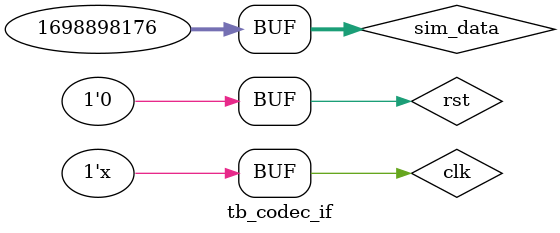
<source format=v>
`timescale 1ns / 1ps

module tb_codec_if();

reg clk = 1;
reg rst = 1;
wire codec_mclk;
wire codec_sclk;
wire codec_lrclk;
wire codec_sdout;

wire [31:0] sim_data;
reg  [ 4:0] sim_cntr;


codec_if uut
(
   .clk           (clk),
   .rst           (rst),
   
   .codec_m0      (),
   .codec_m1      (),
   .codec_i2s     (),
   .codec_mdiv1   (),
   .codec_mdiv2   (),
   .codec_rstn    (),
   .codec_mclk    (codec_mclk),
   .codec_lrclk   (codec_lrclk),
   .codec_sclk    (codec_sclk),
   .codec_sdin    (),
   .codec_sdout   (codec_sdout),
   
   .aud_dout_vld  (),
   .aud_dout      (),
   
   .aud_din_vld   (2'b11),
   .aud_din_ack   (),
   .aud_din0      (24'h543210),
   .aud_din1      (24'hba9876)
);


always #5
   clk <= ~clk;

initial
begin
   rst <= 1;
   #102 
   rst <= 0;
end

always @ (negedge codec_lrclk)
   sim_cntr <= 5'b11111;
   
always @ (posedge codec_lrclk)   
   sim_cntr <= 5'b11111;

always @ (negedge codec_sclk)
   sim_cntr <= sim_cntr - 1;

assign sim_data = 32'h65432100;
assign codec_sdout = sim_data[sim_cntr];

endmodule

</source>
